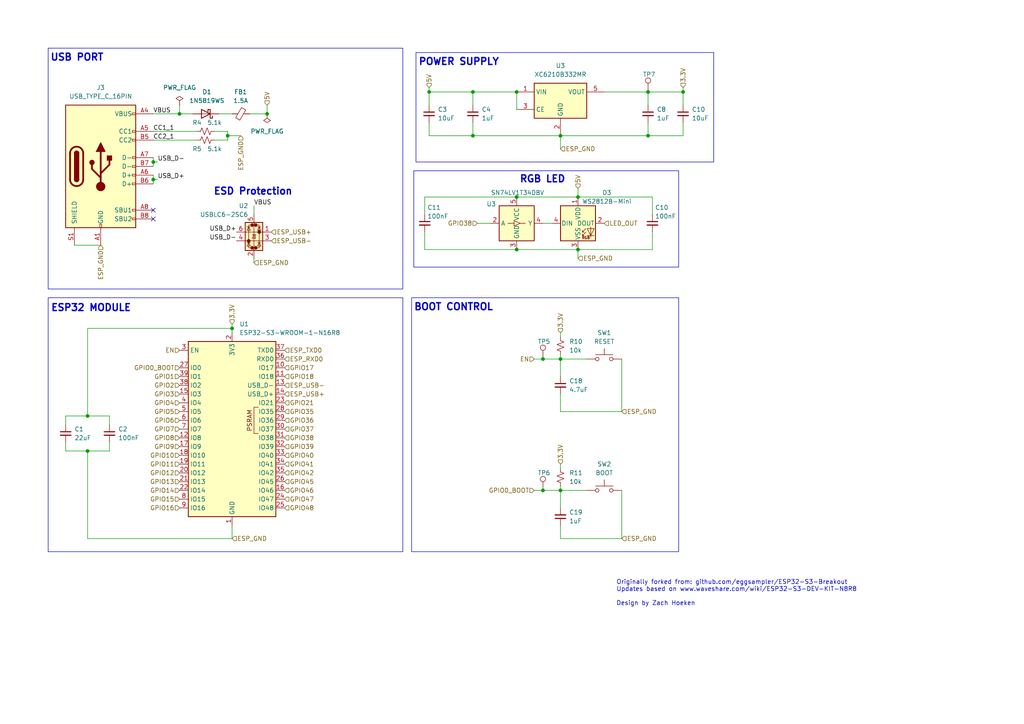
<source format=kicad_sch>
(kicad_sch (version 20250114) (generator "eeschema") (generator_version "9.0")
  (paper "A4")
  (title_block (title "https://github.com/hoeken/sendit") (date "2025-08-28") (rev "C"))
  (lib_symbols
    (symbol "Connector:TestPoint" (pin_numbers (hide yes)) (pin_names (offset 0.762) (hide yes))
      (property "Reference" "TP" (at 0 6.858 0))
      (property "Value" "TestPoint" (at 0 5.08 0))
      (symbol "TestPoint_0_1"
        (circle (center 0 3.302) (radius 0.762))
      )
      (symbol "TestPoint_1_1"
        (pin passive line (at 0 0 90) (length 2.54) (name "1") (number "1"))
      )
    )
    (symbol "Connector:USB_C_Receptacle_USB2.0_16P" (pin_names (offset 1.016))
      (property "Reference" "J" (at 0 22.225 0))
      (property "Value" "USB_C_Receptacle_USB2.0_16P" (at 0 19.685 0))
      (symbol "USB_C_Receptacle_USB2.0_16P_0_0"
        (rectangle (start -0.254 -17.78) (end 0.254 -16.764))
        (rectangle (start 10.16 15.494) (end 9.144 14.986))
        (rectangle (start 10.16 10.414) (end 9.144 9.906))
        (rectangle (start 10.16 7.874) (end 9.144 7.366))
        (rectangle (start 10.16 2.794) (end 9.144 2.286))
        (rectangle (start 10.16 0.254) (end 9.144 -0.254))
        (rectangle (start 10.16 -2.286) (end 9.144 -2.794))
        (rectangle (start 10.16 -4.826) (end 9.144 -5.334))
        (rectangle (start 10.16 -12.446) (end 9.144 -12.954))
        (rectangle (start 10.16 -14.986) (end 9.144 -15.494))
      )
      (symbol "USB_C_Receptacle_USB2.0_16P_0_1"
        (rectangle (start -10.16 17.78) (end 10.16 -17.78) (stroke (width 0.254)) (fill (type background)))
        (polyline (pts (xy -8.89 -3.81) (xy -8.89 3.81)) (stroke (width 0.508)))
        (rectangle (start -7.62 -3.81) (end -6.35 3.81) (stroke (width 0.254)) (fill (type outline)))
        (arc (start -7.62 3.81) (mid -6.985 4.4423) (end -6.35 3.81) (stroke (width 0.254)))
        (arc (start -7.62 3.81) (mid -6.985 4.4423) (end -6.35 3.81) (stroke (width 0.254)) (fill (type outline)))
        (arc (start -8.89 3.81) (mid -6.985 5.7067) (end -5.08 3.81) (stroke (width 0.508)))
        (arc (start -5.08 -3.81) (mid -6.985 -5.7067) (end -8.89 -3.81) (stroke (width 0.508)))
        (arc (start -6.35 -3.81) (mid -6.985 -4.4423) (end -7.62 -3.81) (stroke (width 0.254)))
        (arc (start -6.35 -3.81) (mid -6.985 -4.4423) (end -7.62 -3.81) (stroke (width 0.254)) (fill (type outline)))
        (polyline (pts (xy -5.08 3.81) (xy -5.08 -3.81)) (stroke (width 0.508)))
        (circle (center -2.54 1.143) (radius 0.635) (stroke (width 0.254)) (fill (type outline)))
        (polyline (pts (xy -1.27 4.318) (xy 0 6.858) (xy 1.27 4.318) (xy -1.27 4.318)) (stroke (width 0.254)) (fill (type outline)))
        (polyline (pts (xy 0 -2.032) (xy 2.54 0.508) (xy 2.54 1.778)) (stroke (width 0.508)))
        (polyline (pts (xy 0 -3.302) (xy -2.54 -0.762) (xy -2.54 0.508)) (stroke (width 0.508)))
        (polyline (pts (xy 0 -5.842) (xy 0 4.318)) (stroke (width 0.508)))
        (circle (center 0 -5.842) (radius 1.27) (fill (type outline)))
        (rectangle (start 1.905 1.778) (end 3.175 3.048) (stroke (width 0.254)) (fill (type outline)))
      )
      (symbol "USB_C_Receptacle_USB2.0_16P_1_1"
        (pin passive line (at -7.62 -22.86 90) (length 5.08) (name "SHIELD") (number "S1"))
        (pin passive line (at 0 -22.86 90) (length 5.08) (name "GND") (number "A1"))
        (pin passive line (at 0 -22.86 90) (length 5.08) (hide yes) (name "GND") (number "A12"))
        (pin passive line (at 0 -22.86 90) (length 5.08) (hide yes) (name "GND") (number "B1"))
        (pin passive line (at 0 -22.86 90) (length 5.08) (hide yes) (name "GND") (number "B12"))
        (pin passive line (at 15.24 15.24 180) (length 5.08) (name "VBUS") (number "A4"))
        (pin passive line (at 15.24 15.24 180) (length 5.08) (hide yes) (name "VBUS") (number "A9"))
        (pin passive line (at 15.24 15.24 180) (length 5.08) (hide yes) (name "VBUS") (number "B4"))
        (pin passive line (at 15.24 15.24 180) (length 5.08) (hide yes) (name "VBUS") (number "B9"))
        (pin bidirectional line (at 15.24 10.16 180) (length 5.08) (name "CC1") (number "A5"))
        (pin bidirectional line (at 15.24 7.62 180) (length 5.08) (name "CC2") (number "B5"))
        (pin bidirectional line (at 15.24 2.54 180) (length 5.08) (name "D-") (number "A7"))
        (pin bidirectional line (at 15.24 0 180) (length 5.08) (name "D-") (number "B7"))
        (pin bidirectional line (at 15.24 -2.54 180) (length 5.08) (name "D+") (number "A6"))
        (pin bidirectional line (at 15.24 -5.08 180) (length 5.08) (name "D+") (number "B6"))
        (pin bidirectional line (at 15.24 -12.7 180) (length 5.08) (name "SBU1") (number "A8"))
        (pin bidirectional line (at 15.24 -15.24 180) (length 5.08) (name "SBU2") (number "B8"))
      )
    )
    (symbol "Device:C_Small" (pin_numbers (hide yes)) (pin_names (offset 0.254) (hide yes))
      (property "Reference" "C" (at 0.254 1.778 0))
      (property "Value" "C_Small" (at 0.254 -2.032 0))
      (symbol "C_Small_0_1"
        (polyline (pts (xy -1.524 0.508) (xy 1.524 0.508)) (stroke (width 0.3048)))
        (polyline (pts (xy -1.524 -0.508) (xy 1.524 -0.508)) (stroke (width 0.3302)))
      )
      (symbol "C_Small_1_1"
        (pin passive line (at 0 2.54 270) (length 2.032) (name "~") (number "1"))
        (pin passive line (at 0 -2.54 90) (length 2.032) (name "~") (number "2"))
      )
    )
    (symbol "Device:FerriteBead_Small" (pin_numbers (hide yes)) (pin_names (offset 0))
      (property "Reference" "FB" (at 1.905 1.27 0))
      (property "Value" "FerriteBead_Small" (at 1.905 -1.27 0))
      (symbol "FerriteBead_Small_0_1"
        (polyline (pts (xy -1.8288 0.2794) (xy -1.1176 1.4986) (xy 1.8288 -0.2032) (xy 1.1176 -1.4224) (xy -1.8288 0.2794)))
        (polyline (pts (xy 0 0.889) (xy 0 1.2954)))
        (polyline (pts (xy 0 -1.27) (xy 0 -0.7874)))
      )
      (symbol "FerriteBead_Small_1_1"
        (pin passive line (at 0 2.54 270) (length 1.27) (name "~") (number "1"))
        (pin passive line (at 0 -2.54 90) (length 1.27) (name "~") (number "2"))
      )
    )
    (symbol "Device:R_Small_US" (pin_numbers (hide yes)) (pin_names (offset 0.254) (hide yes))
      (property "Reference" "R" (at 0.762 0.508 0))
      (property "Value" "R_Small_US" (at 0.762 -1.016 0))
      (symbol "R_Small_US_1_1"
        (polyline (pts (xy 0 1.524) (xy 1.016 1.143) (xy 0 0.762) (xy -1.016 0.381) (xy 0 0)))
        (polyline (pts (xy 0 0) (xy 1.016 -0.381) (xy 0 -0.762) (xy -1.016 -1.143) (xy 0 -1.524)))
        (pin passive line (at 0 2.54 270) (length 1.016) (name "~") (number "1"))
        (pin passive line (at 0 -2.54 90) (length 1.016) (name "~") (number "2"))
      )
    )
    (symbol "Diode:1N5819WS" (pin_numbers (hide yes)) (pin_names (offset 1.016) (hide yes))
      (property "Reference" "D" (at 0 2.54 0))
      (property "Value" "1N5819WS" (at 0 -2.54 0))
      (symbol "1N5819WS_0_1"
        (polyline (pts (xy -1.905 0.635) (xy -1.905 1.27) (xy -1.27 1.27) (xy -1.27 -1.27) (xy -0.635 -1.27) (xy -0.635 -0.635)) (stroke (width 0.254)))
        (polyline (pts (xy 1.27 1.27) (xy 1.27 -1.27) (xy -1.27 0) (xy 1.27 1.27)) (stroke (width 0.254)))
        (polyline (pts (xy 1.27 0) (xy -1.27 0)))
      )
      (symbol "1N5819WS_1_1"
        (pin passive line (at -3.81 0 0) (length 2.54) (name "K") (number "1"))
        (pin passive line (at 3.81 0 180) (length 2.54) (name "A") (number "2"))
      )
    )
    (symbol "LED:WS2812B" (pin_names (offset 0.254))
      (property "Reference" "D" (at 5.08 5.715 0))
      (property "Value" "WS2812B" (at 1.27 -5.715 0))
      (symbol "WS2812B_0_0"
        (text "RGB" (at 2.286 -4.191 0) (effects (font (size 0.762 0.762))))
      )
      (symbol "WS2812B_0_1"
        (polyline (pts (xy 1.27 -2.54) (xy 1.778 -2.54)))
        (polyline (pts (xy 1.27 -3.556) (xy 1.778 -3.556)))
        (polyline (pts (xy 2.286 -1.524) (xy 1.27 -2.54) (xy 1.27 -2.032)))
        (polyline (pts (xy 2.286 -2.54) (xy 1.27 -3.556) (xy 1.27 -3.048)))
        (polyline (pts (xy 3.683 -1.016) (xy 3.683 -3.556) (xy 3.683 -4.064)))
        (polyline (pts (xy 4.699 -1.524) (xy 2.667 -1.524) (xy 3.683 -3.556) (xy 4.699 -1.524)))
        (polyline (pts (xy 4.699 -3.556) (xy 2.667 -3.556)))
        (rectangle (start 5.08 5.08) (end -5.08 -5.08) (stroke (width 0.254)) (fill (type background)))
      )
      (symbol "WS2812B_1_1"
        (pin input line (at -7.62 0 0) (length 2.54) (name "DIN") (number "4"))
        (pin power_in line (at 0 7.62 270) (length 2.54) (name "VDD") (number "1"))
        (pin power_in line (at 0 -7.62 90) (length 2.54) (name "VSS") (number "3"))
        (pin output line (at 7.62 0 180) (length 2.54) (name "DOUT") (number "2"))
      )
    )
    (symbol "Logic_LevelTranslator:SN74LV1T34DBV"
      (property "Reference" "U" (at 5.08 6.35 0))
      (property "Value" "SN74LV1T34DBV" (at 5.08 3.81 0))
      (symbol "SN74LV1T34DBV_0_1"
        (rectangle (start -5.08 5.08) (end 5.08 -5.08) (stroke (width 0.254)) (fill (type background)))
        (polyline (pts (xy -0.762 0) (xy -2.54 0)))
        (polyline (pts (xy 1.016 0) (xy 2.54 0)))
      )
      (symbol "SN74LV1T34DBV_1_1"
        (polyline (pts (xy -0.762 -0.762) (xy -0.762 0.762) (xy 1.016 0) (xy -0.762 -0.762)))
        (pin input line (at -7.62 0 0) (length 2.54) (name "A") (number "2"))
        (pin no_connect line (at -5.08 2.54 0) (length 2.54) (hide yes) (name "NC") (number "1"))
        (pin power_in line (at 0 7.62 270) (length 2.54) (name "VCC") (number "5"))
        (pin power_in line (at 0 -7.62 90) (length 2.54) (name "GND") (number "3"))
        (pin output line (at 7.62 0 180) (length 2.54) (name "Y") (number "4"))
      )
    )
    (symbol "RF_Module:ESP32-S3-WROOM-1"
      (property "Reference" "U" (at -12.7 26.67 0))
      (property "Value" "ESP32-S3-WROOM-1" (at 12.7 26.67 0))
      (symbol "ESP32-S3-WROOM-1_0_0"
        (rectangle (start -12.7 25.4) (end 12.7 -25.4) (stroke (width 0.254)) (fill (type background)))
        (text "PSRAM" (at 5.08 2.54 900) (effects (font (size 1.27 1.27))))
      )
      (symbol "ESP32-S3-WROOM-1_0_1"
        (polyline (pts (xy 7.62 -1.27) (xy 6.35 -1.27) (xy 6.35 6.35) (xy 7.62 6.35)))
      )
      (symbol "ESP32-S3-WROOM-1_1_1"
        (pin input line (at -15.24 22.86 0) (length 2.54) (name "EN") (number "3"))
        (pin bidirectional line (at -15.24 17.78 0) (length 2.54) (name "IO0") (number "27"))
        (pin bidirectional line (at -15.24 15.24 0) (length 2.54) (name "IO1") (number "39"))
        (pin bidirectional line (at -15.24 12.7 0) (length 2.54) (name "IO2") (number "38"))
        (pin bidirectional line (at -15.24 10.16 0) (length 2.54) (name "IO3") (number "15"))
        (pin bidirectional line (at -15.24 7.62 0) (length 2.54) (name "IO4") (number "4"))
        (pin bidirectional line (at -15.24 5.08 0) (length 2.54) (name "IO5") (number "5"))
        (pin bidirectional line (at -15.24 2.54 0) (length 2.54) (name "IO6") (number "6"))
        (pin bidirectional line (at -15.24 0 0) (length 2.54) (name "IO7") (number "7"))
        (pin bidirectional line (at -15.24 -2.54 0) (length 2.54) (name "IO8") (number "12"))
        (pin bidirectional line (at -15.24 -5.08 0) (length 2.54) (name "IO9") (number "17"))
        (pin bidirectional line (at -15.24 -7.62 0) (length 2.54) (name "IO10") (number "18"))
        (pin bidirectional line (at -15.24 -10.16 0) (length 2.54) (name "IO11") (number "19"))
        (pin bidirectional line (at -15.24 -12.7 0) (length 2.54) (name "IO12") (number "20"))
        (pin bidirectional line (at -15.24 -15.24 0) (length 2.54) (name "IO13") (number "21"))
        (pin bidirectional line (at -15.24 -17.78 0) (length 2.54) (name "IO14") (number "22"))
        (pin bidirectional line (at -15.24 -20.32 0) (length 2.54) (name "IO15") (number "8"))
        (pin bidirectional line (at -15.24 -22.86 0) (length 2.54) (name "IO16") (number "9"))
        (pin power_in line (at 0 27.94 270) (length 2.54) (name "3V3") (number "2"))
        (pin power_in line (at 0 -27.94 90) (length 2.54) (name "GND") (number "1"))
        (pin passive line (at 0 -27.94 90) (length 2.54) (hide yes) (name "GND") (number "40"))
        (pin passive line (at 0 -27.94 90) (length 2.54) (hide yes) (name "GND") (number "41"))
        (pin bidirectional line (at 15.24 22.86 180) (length 2.54) (name "TXD0") (number "37"))
        (pin bidirectional line (at 15.24 20.32 180) (length 2.54) (name "RXD0") (number "36"))
        (pin bidirectional line (at 15.24 17.78 180) (length 2.54) (name "IO17") (number "10"))
        (pin bidirectional line (at 15.24 15.24 180) (length 2.54) (name "IO18") (number "11"))
        (pin bidirectional line (at 15.24 12.7 180) (length 2.54) (name "USB_D-") (number "13"))
        (pin bidirectional line (at 15.24 10.16 180) (length 2.54) (name "USB_D+") (number "14"))
        (pin bidirectional line (at 15.24 7.62 180) (length 2.54) (name "IO21") (number "23"))
        (pin bidirectional line (at 15.24 5.08 180) (length 2.54) (name "IO35") (number "28"))
        (pin bidirectional line (at 15.24 2.54 180) (length 2.54) (name "IO36") (number "29"))
        (pin bidirectional line (at 15.24 0 180) (length 2.54) (name "IO37") (number "30"))
        (pin bidirectional line (at 15.24 -2.54 180) (length 2.54) (name "IO38") (number "31"))
        (pin bidirectional line (at 15.24 -5.08 180) (length 2.54) (name "IO39") (number "32"))
        (pin bidirectional line (at 15.24 -7.62 180) (length 2.54) (name "IO40") (number "33"))
        (pin bidirectional line (at 15.24 -10.16 180) (length 2.54) (name "IO41") (number "34"))
        (pin bidirectional line (at 15.24 -12.7 180) (length 2.54) (name "IO42") (number "35"))
        (pin bidirectional line (at 15.24 -15.24 180) (length 2.54) (name "IO45") (number "26"))
        (pin bidirectional line (at 15.24 -17.78 180) (length 2.54) (name "IO46") (number "16"))
        (pin bidirectional line (at 15.24 -20.32 180) (length 2.54) (name "IO47") (number "24"))
        (pin bidirectional line (at 15.24 -22.86 180) (length 2.54) (name "IO48") (number "25"))
      )
    )
    (symbol "Regulator_Linear:XC6210B332MR"
      (property "Reference" "U" (at 0 8.89 0))
      (property "Value" "XC6210B332MR" (at 0 6.35 0))
      (symbol "XC6210B332MR_0_1"
        (rectangle (start -7.62 5.08) (end 7.62 -5.08) (stroke (width 0.254)) (fill (type background)))
      )
      (symbol "XC6210B332MR_1_1"
        (pin power_in line (at -12.7 2.54 0) (length 5.08) (name "VIN") (number "1"))
        (pin input line (at -12.7 -2.54 0) (length 5.08) (name "CE") (number "3"))
        (pin power_in line (at 0 -10.16 90) (length 5.08) (name "GND") (number "2"))
        (pin no_connect line (at 7.62 -2.54 180) (length 5.08) (hide yes) (name "NC") (number "4"))
        (pin power_out line (at 12.7 2.54 180) (length 5.08) (name "VOUT") (number "5"))
      )
    )
    (symbol "Switch:SW_Push" (pin_numbers (hide yes)) (pin_names (offset 1.016) (hide yes))
      (property "Reference" "SW" (at 1.27 2.54 0))
      (property "Value" "SW_Push" (at 0 -1.524 0))
      (symbol "SW_Push_0_1"
        (circle (center -2.032 0) (radius 0.508))
        (polyline (pts (xy 0 1.27) (xy 0 3.048)))
        (circle (center 2.032 0) (radius 0.508))
        (polyline (pts (xy 2.54 1.27) (xy -2.54 1.27)))
        (pin passive line (at -5.08 0 0) (length 2.54) (name "1") (number "1"))
        (pin passive line (at 5.08 0 180) (length 2.54) (name "2") (number "2"))
      )
    )
    (symbol "USBLC6-2SC6_1" (pin_names (hide yes))
      (property "Reference" "U" (at 0.635 5.715 0))
      (property "Value" "USBLC6-2SC6" (at 0.635 3.81 0))
      (symbol "USBLC6-2SC6_1_0_0"
        (circle (center -1.524 0) (radius 0.0001) (stroke (width 0.508)))
        (circle (center -0.508 2.032) (radius 0.0001) (stroke (width 0.508)))
        (circle (center -0.508 -4.572) (radius 0.0001) (stroke (width 0.508)))
        (circle (center 0.508 2.032) (radius 0.0001) (stroke (width 0.508)))
        (circle (center 0.508 -4.572) (radius 0.0001) (stroke (width 0.508)))
        (circle (center 1.524 -2.54) (radius 0.0001) (stroke (width 0.508)))
      )
      (symbol "USBLC6-2SC6_1_0_1"
        (polyline (pts (xy -2.54 0) (xy 2.54 0)))
        (polyline (pts (xy -2.54 -2.54) (xy 2.54 -2.54)))
        (polyline (pts (xy -2.032 0.508) (xy -1.016 0.508) (xy -1.524 1.524) (xy -2.032 0.508)))
        (polyline (pts (xy -2.032 -3.048) (xy -1.016 -3.048)))
        (polyline (pts (xy -1.016 1.524) (xy -2.032 1.524)))
        (polyline (pts (xy -1.016 -4.064) (xy -2.032 -4.064) (xy -1.524 -3.048) (xy -1.016 -4.064)))
        (polyline (pts (xy -0.508 -1.143) (xy -0.508 -0.762) (xy 0.508 -0.762)))
        (polyline (pts (xy 0 2.54) (xy -0.508 2.032) (xy 0.508 2.032) (xy 0 1.524) (xy 0 -4.064) (xy -0.508 -4.572) (xy 0.508 -4.572) (xy 0 -5.08)))
        (polyline (pts (xy 0.508 -1.778) (xy -0.508 -1.778) (xy 0 -0.762) (xy 0.508 -1.778)))
        (polyline (pts (xy 1.016 1.524) (xy 2.032 1.524)))
        (polyline (pts (xy 1.016 -3.048) (xy 2.032 -3.048)))
        (polyline (pts (xy 2.032 0.508) (xy 1.016 0.508) (xy 1.524 1.524) (xy 2.032 0.508)))
        (polyline (pts (xy 2.032 -4.064) (xy 1.016 -4.064) (xy 1.524 -3.048) (xy 2.032 -4.064)))
      )
      (symbol "USBLC6-2SC6_1_1_1"
        (rectangle (start -2.54 2.794) (end 2.54 -5.334) (stroke (width 0.254)) (fill (type background)))
        (polyline (pts (xy -0.508 2.032) (xy -1.524 2.032) (xy -1.524 -4.572) (xy -0.508 -4.572)))
        (polyline (pts (xy 0.508 -4.572) (xy 1.524 -4.572) (xy 1.524 2.032) (xy 0.508 2.032)))
        (pin passive line (at -5.08 0 0) (length 2.54) (name "I/O1") (number "1"))
        (pin passive line (at -5.08 -2.54 0) (length 2.54) (name "I/O2") (number "3"))
        (pin passive line (at 0 5.08 270) (length 2.54) (name "VBUS") (number "5"))
        (pin passive line (at 0 -7.62 90) (length 2.54) (name "GND") (number "2"))
        (pin passive line (at 5.08 0 180) (length 2.54) (name "I/O1") (number "6"))
        (pin passive line (at 5.08 -2.54 180) (length 2.54) (name "I/O2") (number "4"))
      )
    )
    (symbol "power:PWR_FLAG" (power) (pin_numbers (hide yes)) (pin_names (offset 0) (hide yes))
      (property "Value" "PWR_FLAG" (at 0 3.81 0))
      (symbol "PWR_FLAG_0_0"
        (pin power_out line (at 0 0 90) (length 0) (name "pwr") (number "1"))
      )
      (symbol "PWR_FLAG_0_1"
        (polyline (pts (xy 0 0) (xy 0 1.27) (xy -1.016 1.905) (xy 0 2.54) (xy 1.016 1.905) (xy 0 1.27)))
      )
    )
  )
  (rectangle (start 13.97 13.97) (end 116.84 83.82))
  (rectangle (start 119.38 86.36) (end 196.85 160.02))
  (rectangle (start 120.65 15.24) (end 207.01 46.99))
  (rectangle (start 13.97 86.36) (end 116.84 160.02))
  (rectangle (start 120.015 49.53) (end 196.85 77.47))
  (text "BOOT CONTROL" (at 131.572 89.154 0) (effects (font (size 2 2) (thickness 0.4) (bold yes))))
  (text "ESD Protection" (at 73.406 55.626 0) (effects (font (size 2 2) (thickness 0.4) (bold yes))))
  (text "ESP32 MODULE" (at 26.416 89.408 0) (effects (font (size 2 2) (thickness 0.4) (bold yes))))
  (text "RGB LED" (at 150.622 52.07 0) (effects (font (size 2 2) (thickness 0.4) (bold yes)) (justify left)))
  (text "POWER SUPPLY" (at 133.096 18.034 0) (effects (font (size 2 2) (thickness 0.4) (bold yes))))
  (text "USB PORT" (at 22.352 16.764 0) (effects (font (size 2 2) (thickness 0.4) (bold yes))))
  (text_box "Originally forked from: github.com/eggsampler/ESP32-S3-Breakout\nUpdates based on www.waveshare.com/wiki/ESP32-S3-DEV-KIT-N8R8\n\nDesign by Zach Hoeken" (at 177.8 167.005 0) (size 105.41 13.97) (margins 0.9525 0.9525 0.9525 0.9525) (stroke (width -0.0001)) (effects (font (size 1.27 1.27)) (justify left top)))
  (junction (at 187.96 26.67))
  (junction (at 162.56 104.14))
  (junction (at 149.86 57.15))
  (junction (at 137.16 26.67))
  (junction (at 137.16 39.37))
  (junction (at 124.46 26.67))
  (junction (at 149.86 72.39))
  (junction (at 187.96 39.37))
  (junction (at 77.47 33.02))
  (junction (at 157.48 104.14))
  (junction (at 44.45 52.07))
  (junction (at 44.45 46.99))
  (junction (at 52.07 33.02))
  (junction (at 162.56 142.24))
  (junction (at 167.64 72.39))
  (junction (at 198.12 26.67))
  (junction (at 66.04 39.37))
  (junction (at 25.4 130.81))
  (junction (at 167.64 57.15))
  (junction (at 162.56 39.37))
  (junction (at 157.48 142.24))
  (junction (at 25.4 120.65))
  (junction (at 67.31 95.25))
  (junction (at 149.86 26.67))
  (no_connect (at 44.45 60.96))
  (no_connect (at 44.45 63.5))
  (wire (pts (xy 124.46 25.4) (xy 124.46 26.67)))
  (wire (pts (xy 44.45 50.8) (xy 44.45 52.07)))
  (wire (pts (xy 137.16 26.67) (xy 149.86 26.67)))
  (wire (pts (xy 175.26 26.67) (xy 187.96 26.67)))
  (wire (pts (xy 44.45 45.72) (xy 44.45 46.99)))
  (wire (pts (xy 137.16 35.56) (xy 137.16 39.37)))
  (wire (pts (xy 162.56 104.14) (xy 162.56 109.22)))
  (wire (pts (xy 162.56 39.37) (xy 162.56 43.18)))
  (wire (pts (xy 157.48 142.24) (xy 162.56 142.24)))
  (wire (pts (xy 52.07 30.48) (xy 52.07 33.02)))
  (wire (pts (xy 72.39 33.02) (xy 77.47 33.02)))
  (wire (pts (xy 167.64 54.61) (xy 167.64 57.15)))
  (wire (pts (xy 189.23 72.39) (xy 189.23 67.31)))
  (wire (pts (xy 142.24 64.77) (xy 138.43 64.77)))
  (wire (pts (xy 123.19 67.31) (xy 123.19 72.39)))
  (wire (pts (xy 162.56 114.3) (xy 162.56 119.38)))
  (wire (pts (xy 25.4 130.81) (xy 31.75 130.81)))
  (wire (pts (xy 162.56 102.87) (xy 162.56 104.14)))
  (wire (pts (xy 198.12 26.67) (xy 198.12 30.48)))
  (wire (pts (xy 187.96 26.67) (xy 198.12 26.67)))
  (wire (pts (xy 67.31 93.98) (xy 67.31 95.25)))
  (wire (pts (xy 67.31 95.25) (xy 67.31 96.52)))
  (wire (pts (xy 167.64 72.39) (xy 149.86 72.39)))
  (wire (pts (xy 77.47 33.02) (xy 77.47 30.48)))
  (wire (pts (xy 124.46 26.67) (xy 137.16 26.67)))
  (wire (pts (xy 157.48 64.77) (xy 160.02 64.77)))
  (wire (pts (xy 19.05 130.81) (xy 25.4 130.81)))
  (wire (pts (xy 198.12 39.37) (xy 198.12 35.56)))
  (wire (pts (xy 167.64 57.15) (xy 189.23 57.15)))
  (wire (pts (xy 157.48 104.14) (xy 162.56 104.14)))
  (wire (pts (xy 62.23 40.64) (xy 66.04 40.64)))
  (wire (pts (xy 149.86 26.67) (xy 149.86 31.75)))
  (wire (pts (xy 180.34 142.24) (xy 180.34 156.21)))
  (wire (pts (xy 137.16 39.37) (xy 124.46 39.37)))
  (wire (pts (xy 162.56 142.24) (xy 170.18 142.24)))
  (wire (pts (xy 19.05 128.27) (xy 19.05 130.81)))
  (wire (pts (xy 154.94 142.24) (xy 157.48 142.24)))
  (wire (pts (xy 52.07 33.02) (xy 55.88 33.02)))
  (wire (pts (xy 44.45 33.02) (xy 52.07 33.02)))
  (wire (pts (xy 19.05 120.65) (xy 25.4 120.65)))
  (wire (pts (xy 73.66 76.2) (xy 73.66 74.93)))
  (wire (pts (xy 167.64 72.39) (xy 167.64 74.93)))
  (wire (pts (xy 187.96 30.48) (xy 187.96 26.67)))
  (wire (pts (xy 137.16 39.37) (xy 162.56 39.37)))
  (wire (pts (xy 187.96 39.37) (xy 198.12 39.37)))
  (wire (pts (xy 31.75 128.27) (xy 31.75 130.81)))
  (wire (pts (xy 162.56 119.38) (xy 180.34 119.38)))
  (wire (pts (xy 44.45 46.99) (xy 45.72 46.99)))
  (wire (pts (xy 154.94 104.14) (xy 157.48 104.14)))
  (wire (pts (xy 62.23 38.1) (xy 66.04 38.1)))
  (wire (pts (xy 167.64 72.39) (xy 189.23 72.39)))
  (wire (pts (xy 187.96 39.37) (xy 162.56 39.37)))
  (wire (pts (xy 31.75 123.19) (xy 31.75 120.65)))
  (wire (pts (xy 67.31 152.4) (xy 67.31 156.21)))
  (wire (pts (xy 162.56 104.14) (xy 170.18 104.14)))
  (wire (pts (xy 44.45 46.99) (xy 44.45 48.26)))
  (wire (pts (xy 162.56 142.24) (xy 162.56 147.32)))
  (wire (pts (xy 198.12 25.4) (xy 198.12 26.67)))
  (wire (pts (xy 137.16 30.48) (xy 137.16 26.67)))
  (wire (pts (xy 66.04 39.37) (xy 66.04 40.64)))
  (wire (pts (xy 25.4 156.21) (xy 67.31 156.21)))
  (wire (pts (xy 189.23 57.15) (xy 189.23 62.23)))
  (wire (pts (xy 73.66 59.69) (xy 73.66 62.23)))
  (wire (pts (xy 44.45 52.07) (xy 45.72 52.07)))
  (wire (pts (xy 162.56 96.52) (xy 162.56 97.79)))
  (wire (pts (xy 124.46 39.37) (xy 124.46 35.56)))
  (wire (pts (xy 44.45 52.07) (xy 44.45 53.34)))
  (wire (pts (xy 162.56 134.62) (xy 162.56 135.89)))
  (wire (pts (xy 19.05 123.19) (xy 19.05 120.65)))
  (wire (pts (xy 123.19 57.15) (xy 123.19 62.23)))
  (wire (pts (xy 66.04 38.1) (xy 66.04 39.37)))
  (wire (pts (xy 66.04 39.37) (xy 69.85 39.37)))
  (wire (pts (xy 25.4 130.81) (xy 25.4 156.21)))
  (wire (pts (xy 180.34 104.14) (xy 180.34 119.38)))
  (wire (pts (xy 123.19 57.15) (xy 149.86 57.15)))
  (wire (pts (xy 124.46 26.67) (xy 124.46 30.48)))
  (wire (pts (xy 44.45 40.64) (xy 57.15 40.64)))
  (wire (pts (xy 187.96 35.56) (xy 187.96 39.37)))
  (wire (pts (xy 149.86 57.15) (xy 167.64 57.15)))
  (wire (pts (xy 25.4 120.65) (xy 31.75 120.65)))
  (wire (pts (xy 162.56 140.97) (xy 162.56 142.24)))
  (wire (pts (xy 25.4 95.25) (xy 25.4 120.65)))
  (wire (pts (xy 67.31 95.25) (xy 25.4 95.25)))
  (wire (pts (xy 63.5 33.02) (xy 67.31 33.02)))
  (wire (pts (xy 180.34 156.21) (xy 162.56 156.21)))
  (wire (pts (xy 21.59 71.12) (xy 29.21 71.12)))
  (wire (pts (xy 123.19 72.39) (xy 149.86 72.39)))
  (wire (pts (xy 162.56 156.21) (xy 162.56 152.4)))
  (wire (pts (xy 44.45 38.1) (xy 57.15 38.1)))
  (label "USB_D+" (at 68.58 67.31 180))
  (label "USB_D-" (at 68.58 69.85 180))
  (label "CC2_1" (at 44.45 40.64 0))
  (label "VBUS" (at 44.45 33.02 0))
  (label "USB_D+" (at 45.72 52.07 0))
  (label "VBUS" (at 73.66 59.69 0))
  (label "CC1_1" (at 44.45 38.1 0))
  (label "USB_D-" (at 45.72 46.99 0))
  (hierarchical_label "GPIO35" (shape input) (at 82.55 119.38 0))
  (hierarchical_label "5V" (shape input) (at 77.47 30.48 90))
  (hierarchical_label "ESP_GND" (shape input) (at 67.31 156.21 0))
  (hierarchical_label "GPIO8" (shape input) (at 52.07 127 180))
  (hierarchical_label "5V" (shape input) (at 167.64 54.61 90))
  (hierarchical_label "GPIO15" (shape input) (at 52.07 144.78 180))
  (hierarchical_label "GPIO48" (shape input) (at 82.55 147.32 0))
  (hierarchical_label "GPIO4" (shape input) (at 52.07 116.84 180))
  (hierarchical_label "GPIO37" (shape input) (at 82.55 124.46 0))
  (hierarchical_label "GPIO1" (shape input) (at 52.07 109.22 180))
  (hierarchical_label "3.3V" (shape input) (at 162.56 96.52 90))
  (hierarchical_label "5V" (shape input) (at 124.46 25.4 90))
  (hierarchical_label "EN" (shape input) (at 154.94 104.14 180))
  (hierarchical_label "ESP_RXD0" (shape input) (at 82.55 104.14 0))
  (hierarchical_label "GPIO11" (shape input) (at 52.07 134.62 180))
  (hierarchical_label "ESP_GND" (shape input) (at 69.85 39.37 270))
  (hierarchical_label "ESP_GND" (shape input) (at 180.34 119.38 0))
  (hierarchical_label "ESP_USB-" (shape input) (at 82.55 111.76 0))
  (hierarchical_label "GPIO45" (shape input) (at 82.55 139.7 0))
  (hierarchical_label "GPIO9" (shape input) (at 52.07 129.54 180))
  (hierarchical_label "GPIO10" (shape input) (at 52.07 132.08 180))
  (hierarchical_label "ESP_GND" (shape input) (at 167.64 74.93 0))
  (hierarchical_label "ESP_GND" (shape input) (at 73.66 76.2 0))
  (hierarchical_label "GPIO6" (shape input) (at 52.07 121.92 180))
  (hierarchical_label "GPIO21" (shape input) (at 82.55 116.84 0))
  (hierarchical_label "3.3V" (shape input) (at 198.12 25.4 90))
  (hierarchical_label "GPIO14" (shape input) (at 52.07 142.24 180))
  (hierarchical_label "GPIO0_BOOT" (shape input) (at 52.07 106.68 180))
  (hierarchical_label "ESP_USB-" (shape input) (at 78.74 69.85 0))
  (hierarchical_label "GPIO3" (shape input) (at 52.07 114.3 180))
  (hierarchical_label "GPIO42" (shape input) (at 82.55 137.16 0))
  (hierarchical_label "GPIO40" (shape input) (at 82.55 132.08 0))
  (hierarchical_label "GPIO39" (shape input) (at 82.55 129.54 0))
  (hierarchical_label "GPIO7" (shape input) (at 52.07 124.46 180))
  (hierarchical_label "GPIO46" (shape input) (at 82.55 142.24 0))
  (hierarchical_label "GPIO47" (shape input) (at 82.55 144.78 0))
  (hierarchical_label "GPIO38" (shape input) (at 138.43 64.77 180))
  (hierarchical_label "3.3V" (shape input) (at 67.31 93.98 90))
  (hierarchical_label "GPIO41" (shape input) (at 82.55 134.62 0))
  (hierarchical_label "GPIO16" (shape input) (at 52.07 147.32 180))
  (hierarchical_label "ESP_GND" (shape input) (at 29.21 71.12 270))
  (hierarchical_label "GPIO13" (shape input) (at 52.07 139.7 180))
  (hierarchical_label "GPIO17" (shape input) (at 82.55 106.68 0))
  (hierarchical_label "ESP_GND" (shape input) (at 162.56 43.18 0))
  (hierarchical_label "LED_OUT" (shape input) (at 175.26 64.77 0))
  (hierarchical_label "ESP_USB+" (shape input) (at 78.74 67.31 0))
  (hierarchical_label "ESP_USB+" (shape input) (at 82.55 114.3 0))
  (hierarchical_label "GPIO0_BOOT" (shape input) (at 154.94 142.24 180))
  (hierarchical_label "EN" (shape input) (at 52.07 101.6 180))
  (hierarchical_label "ESP_GND" (shape input) (at 180.34 156.21 0))
  (hierarchical_label "GPIO38" (shape input) (at 82.55 127 0))
  (hierarchical_label "GPIO12" (shape input) (at 52.07 137.16 180))
  (hierarchical_label "GPIO2" (shape input) (at 52.07 111.76 180))
  (hierarchical_label "ESP_TXD0" (shape input) (at 82.55 101.6 0))
  (hierarchical_label "GPIO18" (shape input) (at 82.55 109.22 0))
  (hierarchical_label "GPIO36" (shape input) (at 82.55 121.92 0))
  (hierarchical_label "GPIO5" (shape input) (at 52.07 119.38 180))
  (hierarchical_label "3.3V" (shape input) (at 162.56 134.62 90))
  (symbol (lib_id "power:PWR_FLAG") (at 77.47 33.02 180) (unit 1)
    (property "Reference" "#FLG02" (effects (hide yes)))
    (property "Value" "PWR_FLAG" (at 77.47 38.1 0))
    (instances (project "ESP32-S3-Template" (path "" (reference "#FLG03") (unit 1))) (project "brineomatic" (path "" (reference "#FLG011") (unit 1))) (project "sendit" (path "" (reference "#FLG02") (unit 1))))
  )
  (symbol (lib_id "Device:R_Small_US") (at 59.69 40.64 90) (unit 1)
    (property "Reference" "R11" (at 57.15 43.18 90))
    (property "Value" "5.1k" (at 62.23 43.18 90))
    (property "Footprint" "Resistor_SMD:R_0603_1608Metric" (effects (hide yes)))
    (property "Description" "Resistor, small US symbol" (effects (hide yes)))
    (instances (project "ESP32-S3-Template" (path "" (reference "R5") (unit 1))) (project "brineomatic" (path "" (reference "R39") (unit 1))) (project "sendit" (path "" (reference "R11") (unit 1))))
  )
  (symbol (lib_id "Device:C_Small") (at 137.16 33.02 0) (unit 1)
    (property "Reference" "C6" (at 139.7 31.7562 0) (effects (justify left)))
    (property "Value" "1uF" (at 139.7 34.2962 0) (effects (justify left)))
    (property "Footprint" "Capacitor_SMD:C_0603_1608Metric" (effects (hide yes)))
    (instances (project "ESP32-S3-Template" (path "" (reference "C4") (unit 1))) (project "brineomatic" (path "" (reference "C18") (unit 1))) (project "sendit" (path "" (reference "C6") (unit 1))))
  )
  (symbol (lib_id "Device:C_Small") (at 19.05 125.73 0) (unit 1)
    (property "Reference" "C2" (at 21.59 124.4662 0) (effects (justify left)))
    (property "Value" "22uF" (at 21.59 127.0062 0) (effects (justify left)))
    (property "Footprint" "Capacitor_SMD:C_0603_1608Metric" (effects (hide yes)))
    (instances (project "ESP32-S3-Template" (path "" (reference "C1") (unit 1))) (project "brineomatic" (path "" (reference "C15") (unit 1))) (project "sendit" (path "" (reference "C2") (unit 1))))
  )
  (symbol (lib_id "Connector:TestPoint") (at 187.96 26.67 0) (unit 1) (in_bom no)
    (property "Reference" "TP7" (at 186.436 21.59 0) (effects (justify left)))
    (property "Footprint" "TestPoint:TestPoint_THTPad_D1.5mm_Drill0.7mm" (effects (hide yes)))
    (property "Description" "test point" (effects (hide yes)))
  )
  (symbol (lib_id "Logic_LevelTranslator:SN74LV1T34DBV") (at 149.86 64.77 0) (unit 1)
    (property "Reference" "U3" (at 142.494 59.182 0))
    (property "Value" "SN74LV1T34DBV" (at 150.114 55.88 0))
    (property "Footprint" "Package_TO_SOT_SMD:SOT-23-5" (effects (hide yes)))
    (property "Datasheet" "https://www.ti.com/lit/ds/symlink/sn74lv1t34.pdf" (effects (hide yes)))
    (property "Description" "Single Power Supply, Single Buffer GATE, CMOS Logic, Level Shifter, SOT-23-5" (effects (hide yes)))
    (property "LCSC" "C100024" (effects (hide yes)))
  )
  (symbol (lib_id "Device:C_Small") (at 162.56 111.76 0) (unit 1)
    (property "Reference" "C7" (at 165.1 110.4962 0) (effects (justify left)))
    (property "Value" "4.7uF" (at 165.1 113.0362 0) (effects (justify left)))
    (property "Footprint" "Capacitor_SMD:C_0603_1608Metric" (effects (hide yes)))
    (instances (project "ESP32-S3-Template" (path "" (reference "C18") (unit 1))) (project "brineomatic" (path "" (reference "C32") (unit 1))) (project "sendit" (path "" (reference "C7") (unit 1))))
  )
  (symbol (lib_id "Connector:TestPoint") (at 157.48 104.14 0) (unit 1) (in_bom no)
    (property "Reference" "TP5" (at 155.956 99.06 0) (effects (justify left)))
    (property "Footprint" "TestPoint:TestPoint_THTPad_D1.5mm_Drill0.7mm" (effects (hide yes)))
    (property "Description" "test point" (effects (hide yes)))
  )
  (symbol (lib_id "Regulator_Linear:XC6210B332MR") (at 162.56 29.21 0) (unit 1)
    (property "Reference" "U4" (at 162.56 19.05 0))
    (property "Value" "XC6210B332MR" (at 162.56 21.59 0))
    (property "Footprint" "Package_TO_SOT_SMD:SOT-23-5" (effects (hide yes)))
    (property "Datasheet" "https://www.torexsemi.com/file/xc6210/XC6210.pdf" (effects (hide yes)))
    (property "Description" "700mA, Low Drop-out Voltage Regulator, Fixed Output 3.3V, SOT-23-5" (effects (hide yes)))
    (property "LCSC" "C424705" (effects (hide yes)))
    (instances (project "ESP32-S3-Template" (path "" (reference "U3") (unit 1))) (project "brineomatic" (path "" (reference "U6") (unit 1))) (project "sendit" (path "" (reference "U4") (unit 1))))
  )
  (symbol (lib_name "USBLC6-2SC6_1") (lib_id "Power_Protection:USBLC6-2SC6") (at 73.66 67.31 0) (mirror y) (unit 1)
    (property "Reference" "U2" (at 72.0089 59.69 0) (effects (justify left)))
    (property "Value" "USBLC6-2SC6" (at 72.0089 62.23 0) (effects (justify left)))
    (property "Footprint" "Package_TO_SOT_SMD:SOT-23-6" (effects (hide yes)))
    (property "Datasheet" "https://www.st.com/resource/en/datasheet/usblc6-2.pdf" (effects (hide yes)))
    (property "Description" "Very low capacitance ESD protection diode, 2 data-line, SOT-23-6" (effects (hide yes)))
    (property "LCSC" "C7519" (effects (hide yes)))
    (property "Rotation Offset" "90" (effects (hide yes)))
    (instances (project "ESP32-S3-Template" (path "" (reference "U2") (unit 1))) (project "brineomatic" (path "" (reference "U5") (unit 1))) (project "sendit" (path "" (reference "U2") (unit 1))))
  )
  (symbol (lib_id "Device:C_Small") (at 162.56 149.86 180) (unit 1)
    (property "Reference" "C8" (at 165.1 148.5835 0) (effects (justify right)))
    (property "Value" "1uF" (at 165.1 151.1235 0) (effects (justify right)))
    (property "Footprint" "Capacitor_SMD:C_0603_1608Metric" (effects (hide yes)))
    (instances (project "ESP32-S3-Template" (path "" (reference "C19") (unit 1))) (project "brineomatic" (path "" (reference "C33") (unit 1))) (project "sendit" (path "" (reference "C8") (unit 1))))
  )
  (symbol (lib_id "Device:C_Small") (at 31.75 125.73 0) (unit 1)
    (property "Reference" "C3" (at 34.29 124.4662 0) (effects (justify left)))
    (property "Value" "100nF" (at 34.29 127.0062 0) (effects (justify left)))
    (property "Footprint" "Capacitor_SMD:C_0603_1608Metric" (effects (hide yes)))
    (instances (project "ESP32-S3-Template" (path "" (reference "C2") (unit 1))) (project "brineomatic" (path "" (reference "C16") (unit 1))) (project "sendit" (path "" (reference "C3") (unit 1))))
  )
  (symbol (lib_id "LED:WS2812B") (at 167.64 64.77 0) (unit 1)
    (property "Reference" "D4" (at 176.022 55.88 0))
    (property "Value" "WS2812B-Mini" (at 176.022 58.42 0))
    (property "Footprint" "LED_SMD:LED_WS2812B-Mini_PLCC4_3.5x3.5mm" (effects (hide yes)))
    (property "Datasheet" "https://cdn-shop.adafruit.com/datasheets/WS2812B.pdf" (effects (hide yes)))
    (property "Description" "RGB LED with integrated controller" (effects (hide yes)))
    (property "LCSC" "C527089" (effects (hide yes)))
    (instances (project "ESP32-S3-Template" (path "" (reference "D3") (unit 1))) (project "brineomatic" (path "" (reference "D21") (unit 1))) (project "sendit" (path "" (reference "D4") (unit 1))))
  )
  (symbol (lib_id "Switch:SW_Push") (at 175.26 104.14 0) (unit 1)
    (property "Reference" "SW1" (at 175.26 96.52 0))
    (property "Value" "RESET" (at 175.26 99.06 0))
    (property "Footprint" "Button_Switch_SMD:SW_SPST_B3U-1000P" (effects (hide yes)))
    (property "LCSC" "C231329" (effects (hide yes)))
  )
  (symbol (lib_id "Connector:TestPoint") (at 157.48 142.24 0) (unit 1) (in_bom no)
    (property "Reference" "TP6" (at 155.956 137.16 0) (effects (justify left)))
    (property "Footprint" "TestPoint:TestPoint_THTPad_D1.5mm_Drill0.7mm" (effects (hide yes)))
    (property "Description" "test point" (effects (hide yes)))
  )
  (symbol (lib_id "Device:C_Small") (at 124.46 33.02 0) (unit 1)
    (property "Reference" "C5" (at 127 31.7562 0) (effects (justify left)))
    (property "Value" "10uF" (at 127 34.2962 0) (effects (justify left)))
    (property "Footprint" "Capacitor_SMD:C_0603_1608Metric" (effects (hide yes)))
    (instances (project "ESP32-S3-Template" (path "" (reference "C3") (unit 1))) (project "brineomatic" (path "" (reference "C17") (unit 1))) (project "sendit" (path "" (reference "C5") (unit 1))))
  )
  (symbol (lib_id "Switch:SW_Push") (at 175.26 142.24 0) (unit 1)
    (property "Reference" "SW2" (at 175.26 134.62 0))
    (property "Value" "BOOT" (at 175.26 137.16 0))
    (property "Footprint" "Button_Switch_SMD:SW_SPST_B3U-1000P" (effects (hide yes)))
    (property "LCSC" "C231329" (effects (hide yes)))
  )
  (symbol (lib_id "Device:FerriteBead_Small") (at 69.85 33.02 90) (unit 1)
    (property "Reference" "FB1" (at 69.8119 26.67 90))
    (property "Value" "1.5A" (at 69.8119 29.21 90))
    (property "Footprint" "Fuse:Fuse_1206_3216Metric" (effects (hide yes)))
    (property "LCSC" "C2760275" (effects (hide yes)))
    (instances (project "ESP32-S3-Template" (path "" (reference "FB1") (unit 1))) (project "brineomatic" (path "" (reference "FB2") (unit 1))) (project "sendit" (path "" (reference "FB1") (unit 1))))
  )
  (symbol (lib_id "Device:C_Small") (at 198.12 33.02 0) (unit 1)
    (property "Reference" "C11" (at 200.66 31.7562 0) (effects (justify left)))
    (property "Value" "10uF" (at 200.66 34.2962 0) (effects (justify left)))
    (property "Footprint" "Capacitor_SMD:C_0603_1608Metric" (effects (hide yes)))
    (instances (project "ESP32-S3-Template" (path "" (reference "C10") (unit 1))) (project "brineomatic" (path "" (reference "C24") (unit 1))) (project "sendit" (path "" (reference "C11") (unit 1))))
  )
  (symbol (lib_id "Device:C_Small") (at 123.19 64.77 0) (mirror y) (unit 1)
    (property "Reference" "C4" (at 123.952 60.198 0) (effects (justify right)))
    (property "Value" "100nF" (at 123.952 62.738 0) (effects (justify right)))
    (property "Footprint" "Capacitor_SMD:C_0603_1608Metric" (effects (hide yes)))
    (instances (project "ESP32-S3-Template" (path "" (reference "C11") (unit 1))) (project "brineomatic" (path "" (reference "C25") (unit 1))) (project "sendit" (path "" (reference "C4") (unit 1))))
  )
  (symbol (lib_id "Device:C_Small") (at 189.23 64.77 0) (mirror y) (unit 1)
    (property "Reference" "C10" (at 189.992 60.198 0) (effects (justify right)))
    (property "Value" "100nF" (at 189.992 62.738 0) (effects (justify right)))
    (property "Footprint" "Capacitor_SMD:C_0603_1608Metric" (effects (hide yes)))
  )
  (symbol (lib_id "RF_Module:ESP32-S3-WROOM-1") (at 67.31 124.46 0) (unit 1)
    (property "Reference" "U1" (at 69.4533 93.98 0) (effects (justify left)))
    (property "Value" "ESP32-S3-WROOM-1-N16R8" (at 69.4533 96.52 0) (effects (justify left)))
    (property "Footprint" "yarrboard:ESP32-S3-WROOM-1" (effects (hide yes)))
    (property "Datasheet" "https://www.espressif.com/sites/default/files/documentation/esp32-s3-wroom-1_wroom-1u_datasheet_en.pdf" (effects (hide yes)))
    (property "Description" "RF Module, ESP32-S3 SoC, Wi-Fi 802.11b/g/n, Bluetooth, BLE, 32-bit, 3.3V, onboard antenna, SMD" (effects (hide yes)))
    (property "LCSC" "C2913202" (effects (hide yes)))
    (property "Position Offset" "0,-3.6195" (effects (hide yes)))
    (instances (project "ESP32-S3-Template" (path "" (reference "U1") (unit 1))) (project "brineomatic" (path "" (reference "U4") (unit 1))) (project "sendit" (path "" (reference "U1") (unit 1))))
  )
  (symbol (lib_id "Connector:USB_C_Receptacle_USB2.0_16P") (at 29.21 48.26 0) (unit 1)
    (property "Reference" "J10" (at 29.21 25.4 0))
    (property "Value" "USB_TYPE_C_16PIN" (at 29.21 27.94 0))
    (property "Footprint" "Connector_USB:USB_C_Receptacle_GCT_USB4105-xx-A_16P_TopMnt_Horizontal" (effects (hide yes)))
    (property "Datasheet" "https://www.usb.org/sites/default/files/documents/usb_type-c.zip" (effects (hide yes)))
    (property "Description" "USB 2.0-only 16P Type-C Receptacle connector" (effects (hide yes)))
    (property "LCSC" "C393939" (effects (hide yes)))
    (property "Position Offset" "0.0,1.27" (effects (hide yes)))
    (instances (project "ESP32-S3-Template" (path "" (reference "J3") (unit 1))) (project "brineomatic" (path "" (reference "J18") (unit 1))) (project "sendit" (path "" (reference "J10") (unit 1))))
  )
  (symbol (lib_id "power:PWR_FLAG") (at 52.07 30.48 0) (unit 1)
    (property "Reference" "#FLG01" (effects (hide yes)))
    (property "Value" "PWR_FLAG" (at 52.07 25.4 0))
    (instances (project "ESP32-S3-Template" (path "" (reference "#FLG02") (unit 1))) (project "brineomatic" (path "" (reference "#FLG010") (unit 1))) (project "sendit" (path "" (reference "#FLG01") (unit 1))))
  )
  (symbol (lib_id "Device:R_Small_US") (at 162.56 138.43 180) (unit 1)
    (property "Reference" "R13" (at 165.1 137.1599 0) (effects (justify right)))
    (property "Value" "10k" (at 165.1 139.6999 0) (effects (justify right)))
    (property "Footprint" "Resistor_SMD:R_0603_1608Metric" (effects (hide yes)))
    (property "Description" "Resistor, small US symbol" (effects (hide yes)))
    (instances (project "ESP32-S3-Template" (path "" (reference "R11") (unit 1))) (project "brineomatic" (path "" (reference "R45") (unit 1))) (project "sendit" (path "" (reference "R13") (unit 1))))
  )
  (symbol (lib_id "Diode:1N5819WS") (at 59.69 33.02 180) (unit 1)
    (property "Reference" "D3" (at 60.0075 26.67 0))
    (property "Value" "1N5819WS" (at 60.0075 29.21 0))
    (property "Footprint" "Diode_SMD:D_SOD-323" (effects (hide yes)))
    (property "Datasheet" "https://datasheet.lcsc.com/lcsc/2204281430_Guangdong-Hottech-1N5819WS_C191023.pdf" (effects (hide yes)))
    (property "LCSC" "C191023" (effects (hide yes)))
    (instances (project "ESP32-S3-Template" (path "" (reference "D1") (unit 1))) (project "brineomatic" (path "" (reference "D20") (unit 1))) (project "sendit" (path "" (reference "D3") (unit 1))))
  )
  (symbol (lib_id "Device:R_Small_US") (at 59.69 38.1 90) (unit 1)
    (property "Reference" "R10" (at 57.15 35.56 90))
    (property "Value" "5.1k" (at 62.23 35.56 90))
    (property "Footprint" "Resistor_SMD:R_0603_1608Metric" (effects (hide yes)))
    (property "Description" "Resistor, small US symbol" (effects (hide yes)))
    (instances (project "ESP32-S3-Template" (path "" (reference "R4") (unit 1))) (project "brineomatic" (path "" (reference "R38") (unit 1))) (project "sendit" (path "" (reference "R10") (unit 1))))
  )
  (symbol (lib_id "Device:C_Small") (at 187.96 33.02 0) (unit 1)
    (property "Reference" "C9" (at 190.5 31.7562 0) (effects (justify left)))
    (property "Value" "1uF" (at 190.5 34.2962 0) (effects (justify left)))
    (property "Footprint" "Capacitor_SMD:C_0603_1608Metric" (effects (hide yes)))
    (instances (project "ESP32-S3-Template" (path "" (reference "C8") (unit 1))) (project "brineomatic" (path "" (reference "C22") (unit 1))) (project "sendit" (path "" (reference "C9") (unit 1))))
  )
  (symbol (lib_id "Device:R_Small_US") (at 162.56 100.33 0) (unit 1)
    (property "Reference" "R12" (at 165.1 99.0599 0) (effects (justify left)))
    (property "Value" "10k" (at 165.1 101.5999 0) (effects (justify left)))
    (property "Footprint" "Resistor_SMD:R_0603_1608Metric" (effects (hide yes)))
    (property "Description" "Resistor, small US symbol" (effects (hide yes)))
    (instances (project "ESP32-S3-Template" (path "" (reference "R10") (unit 1))) (project "brineomatic" (path "" (reference "R44") (unit 1))) (project "sendit" (path "" (reference "R12") (unit 1))))
  )
)
</source>
